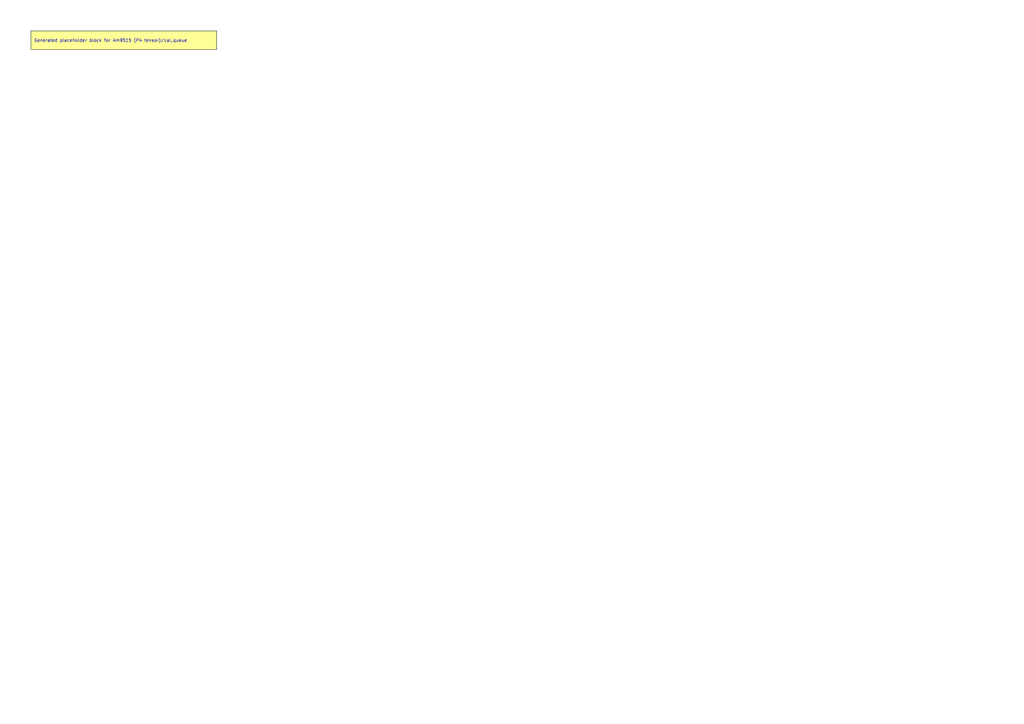
<source format=kicad_sch>
(kicad_sch
	(version 20250114)
	(generator "kicadgen")
	(generator_version "0.2")
	(uuid "509013b3-625e-5a78-bcd3-2ab4e44b5881")
	(paper "A3")
	(title_block
		(title "Am9515 (P4 tensor)::cai_queue")
		(company "Project Carbon")
		(comment 1 "Generated - do not edit in generated/")
		(comment 2 "Edit in schem/kicad9/manual/ or refine mapping specs")
	)
	(lib_symbols)
	(text_box
		"Generated placeholder block for Am9515 (P4 tensor)/cai_queue"
		(exclude_from_sim no)
		(at
			12.7
			12.7
			0
		)
		(size 76.2 7.62)
		(margins
			1.27
			1.27
			1.27
			1.27
		)
		(stroke
			(width 0)
			(type default)
			(color
				0
				0
				0
				1
			)
		)
		(fill
			(type color)
			(color
				255
				255
				150
				1
			)
		)
		(effects
			(font
				(size 1.27 1.27)
			)
			(justify left)
		)
		(uuid "83a3bfd3-8024-5845-8e89-c39bb34a08c8")
	)
	(sheet_instances
		(path
			"/"
			(page "1")
		)
	)
	(embedded_fonts no)
)

</source>
